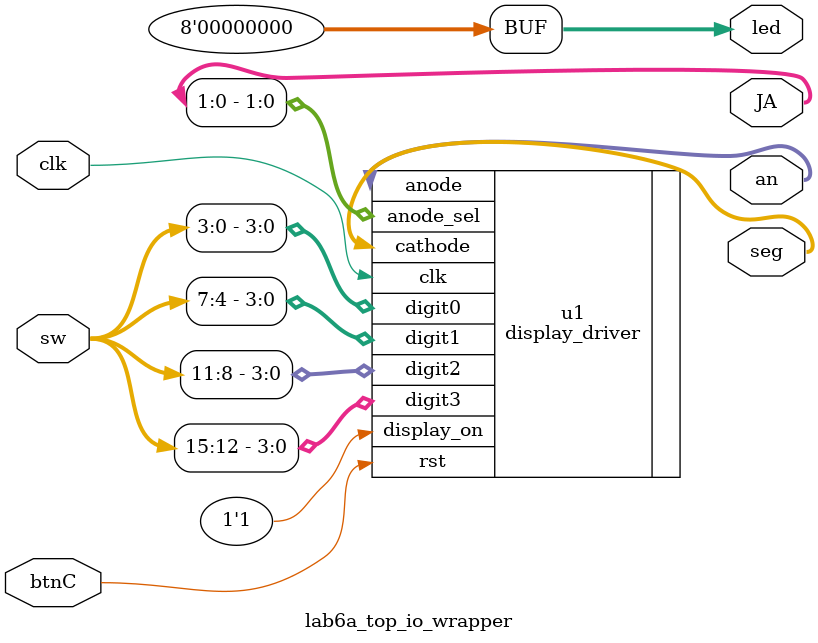
<source format=sv>
`timescale 1ns / 1ps
module lab6a_top_io_wrapper(
	output [7:0] led,
	output [6:0] seg,
	output [3:0] an,
	output [2:0] JA,
	input [0:0] btnC,
	input [15:0] sw,
	input clk
	);

	assign led = 8'b00000000;	// disable the LED's
	 
	// Instantiate the top module ... todo pmod connections
	display_driver u1 (.cathode(seg), .anode(an), .anode_sel(JA[1:0]),
		.digit3(sw[15:12]), .digit2(sw[11:8]), .digit1(sw[7:4]),
		.digit0(sw[3:0]), .display_on(1'b1), .rst(btnC[0]), .clk);
	
endmodule

</source>
